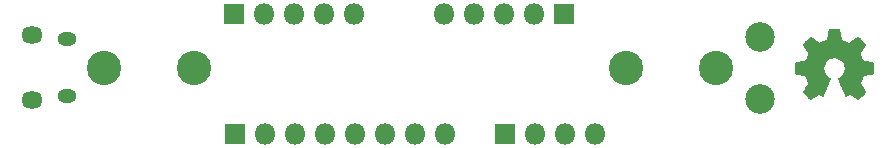
<source format=gbs>
G04 #@! TF.GenerationSoftware,KiCad,Pcbnew,(5.1.5-0-10_14)*
G04 #@! TF.CreationDate,2020-01-18T12:46:20-08:00*
G04 #@! TF.ProjectId,14500,31343530-302e-46b6-9963-61645f706362,rev?*
G04 #@! TF.SameCoordinates,Original*
G04 #@! TF.FileFunction,Soldermask,Bot*
G04 #@! TF.FilePolarity,Negative*
%FSLAX46Y46*%
G04 Gerber Fmt 4.6, Leading zero omitted, Abs format (unit mm)*
G04 Created by KiCad (PCBNEW (5.1.5-0-10_14)) date 2020-01-18 12:46:20*
%MOMM*%
%LPD*%
G04 APERTURE LIST*
%ADD10C,0.010000*%
%ADD11C,2.901600*%
%ADD12O,1.801600X1.801600*%
%ADD13R,1.801600X1.801600*%
%ADD14O,1.801600X1.451600*%
%ADD15O,1.601600X1.201600*%
%ADD16C,2.501600*%
G04 APERTURE END LIST*
D10*
G36*
X127244186Y-97193931D02*
G01*
X127160365Y-97638555D01*
X126851080Y-97766053D01*
X126541794Y-97893551D01*
X126170754Y-97641246D01*
X126066843Y-97570996D01*
X125972913Y-97508272D01*
X125893348Y-97455938D01*
X125832530Y-97416857D01*
X125794843Y-97393893D01*
X125784579Y-97388942D01*
X125766090Y-97401676D01*
X125726580Y-97436882D01*
X125670478Y-97490062D01*
X125602213Y-97556718D01*
X125526214Y-97632354D01*
X125446908Y-97712472D01*
X125368725Y-97792574D01*
X125296093Y-97868164D01*
X125233441Y-97934745D01*
X125185197Y-97987818D01*
X125155790Y-98022887D01*
X125148759Y-98034623D01*
X125158877Y-98056260D01*
X125187241Y-98103662D01*
X125230871Y-98172193D01*
X125286782Y-98257215D01*
X125351994Y-98354093D01*
X125389781Y-98409350D01*
X125458657Y-98510248D01*
X125519860Y-98601299D01*
X125570422Y-98677970D01*
X125607372Y-98735728D01*
X125627742Y-98770043D01*
X125630803Y-98777254D01*
X125623864Y-98797748D01*
X125604949Y-98845513D01*
X125576913Y-98913832D01*
X125542609Y-98995989D01*
X125504891Y-99085270D01*
X125466613Y-99174958D01*
X125430630Y-99258338D01*
X125399794Y-99328694D01*
X125376961Y-99379310D01*
X125364983Y-99403471D01*
X125364276Y-99404422D01*
X125345469Y-99409036D01*
X125295382Y-99419328D01*
X125219207Y-99434287D01*
X125122135Y-99452901D01*
X125009357Y-99474159D01*
X124943558Y-99486418D01*
X124823050Y-99509362D01*
X124714203Y-99531195D01*
X124622524Y-99550722D01*
X124553519Y-99566748D01*
X124512696Y-99578079D01*
X124504489Y-99581674D01*
X124496452Y-99606006D01*
X124489967Y-99660959D01*
X124485030Y-99740108D01*
X124481636Y-99837026D01*
X124479782Y-99945287D01*
X124479462Y-100058465D01*
X124480673Y-100170135D01*
X124483410Y-100273868D01*
X124487669Y-100363241D01*
X124493445Y-100431826D01*
X124500733Y-100473197D01*
X124505105Y-100481810D01*
X124531236Y-100492133D01*
X124586607Y-100506892D01*
X124663893Y-100524352D01*
X124755770Y-100542780D01*
X124787842Y-100548741D01*
X124942476Y-100577066D01*
X125064625Y-100599876D01*
X125158327Y-100618080D01*
X125227616Y-100632583D01*
X125276529Y-100644292D01*
X125309103Y-100654115D01*
X125329372Y-100662956D01*
X125341374Y-100671724D01*
X125343053Y-100673457D01*
X125359816Y-100701371D01*
X125385386Y-100755695D01*
X125417212Y-100829777D01*
X125452740Y-100916965D01*
X125489417Y-101010608D01*
X125524689Y-101104052D01*
X125556004Y-101190647D01*
X125580807Y-101263740D01*
X125596546Y-101316678D01*
X125600668Y-101342811D01*
X125600324Y-101343726D01*
X125586359Y-101365086D01*
X125554678Y-101412084D01*
X125508609Y-101479827D01*
X125451482Y-101563423D01*
X125386627Y-101657982D01*
X125368157Y-101684854D01*
X125302301Y-101782275D01*
X125244350Y-101871163D01*
X125197462Y-101946412D01*
X125164793Y-102002920D01*
X125149500Y-102035581D01*
X125148759Y-102039593D01*
X125161608Y-102060684D01*
X125197112Y-102102464D01*
X125250707Y-102160445D01*
X125317829Y-102230135D01*
X125393913Y-102307045D01*
X125474396Y-102386683D01*
X125554713Y-102464561D01*
X125630301Y-102536186D01*
X125696595Y-102597070D01*
X125749031Y-102642721D01*
X125783045Y-102668650D01*
X125792455Y-102672883D01*
X125814357Y-102662912D01*
X125859200Y-102636020D01*
X125919679Y-102596736D01*
X125966211Y-102565117D01*
X126050525Y-102507098D01*
X126150374Y-102438784D01*
X126250527Y-102370579D01*
X126304373Y-102334075D01*
X126486629Y-102210800D01*
X126639619Y-102293520D01*
X126709318Y-102329759D01*
X126768586Y-102357926D01*
X126808689Y-102373991D01*
X126818897Y-102376226D01*
X126831171Y-102359722D01*
X126855387Y-102313082D01*
X126889737Y-102240609D01*
X126932412Y-102146606D01*
X126981606Y-102035374D01*
X127035510Y-101911215D01*
X127092316Y-101778432D01*
X127150218Y-101641327D01*
X127207407Y-101504202D01*
X127262076Y-101371358D01*
X127312416Y-101247098D01*
X127356620Y-101135725D01*
X127392881Y-101041539D01*
X127419391Y-100968844D01*
X127434342Y-100921941D01*
X127436746Y-100905833D01*
X127417689Y-100885286D01*
X127375964Y-100851933D01*
X127320294Y-100812702D01*
X127315622Y-100809599D01*
X127171736Y-100694423D01*
X127055717Y-100560053D01*
X126968570Y-100410784D01*
X126911301Y-100250913D01*
X126884914Y-100084737D01*
X126890415Y-99916552D01*
X126928810Y-99750655D01*
X127001105Y-99591342D01*
X127022374Y-99556487D01*
X127133004Y-99415737D01*
X127263698Y-99302714D01*
X127409936Y-99218003D01*
X127567192Y-99162194D01*
X127730943Y-99135874D01*
X127896667Y-99139630D01*
X128059838Y-99174050D01*
X128215935Y-99239723D01*
X128360433Y-99337235D01*
X128405131Y-99376813D01*
X128518888Y-99500703D01*
X128601782Y-99631124D01*
X128658644Y-99777315D01*
X128690313Y-99922088D01*
X128698131Y-100084860D01*
X128672062Y-100248440D01*
X128614755Y-100407298D01*
X128528856Y-100555906D01*
X128417014Y-100688735D01*
X128281877Y-100800256D01*
X128264117Y-100812011D01*
X128207850Y-100850508D01*
X128165077Y-100883863D01*
X128144628Y-100905160D01*
X128144331Y-100905833D01*
X128148721Y-100928871D01*
X128166124Y-100981157D01*
X128194732Y-101058390D01*
X128232735Y-101156268D01*
X128278326Y-101270491D01*
X128329697Y-101396758D01*
X128385038Y-101530767D01*
X128442542Y-101668218D01*
X128500399Y-101804808D01*
X128556802Y-101936237D01*
X128609942Y-102058205D01*
X128658010Y-102166409D01*
X128699199Y-102256549D01*
X128731699Y-102324323D01*
X128753703Y-102365430D01*
X128762564Y-102376226D01*
X128789640Y-102367819D01*
X128840303Y-102345272D01*
X128905817Y-102312613D01*
X128941841Y-102293520D01*
X129094832Y-102210800D01*
X129277088Y-102334075D01*
X129370125Y-102397228D01*
X129471985Y-102466727D01*
X129567438Y-102532165D01*
X129615250Y-102565117D01*
X129682495Y-102610273D01*
X129739436Y-102646057D01*
X129778646Y-102667938D01*
X129791381Y-102672563D01*
X129809917Y-102660085D01*
X129850941Y-102625252D01*
X129910475Y-102571678D01*
X129984542Y-102502983D01*
X130069165Y-102422781D01*
X130122685Y-102371286D01*
X130216319Y-102279286D01*
X130297241Y-102196999D01*
X130362177Y-102127945D01*
X130407858Y-102075644D01*
X130431011Y-102043616D01*
X130433232Y-102037116D01*
X130422924Y-102012394D01*
X130394439Y-101962405D01*
X130350937Y-101892212D01*
X130295577Y-101806875D01*
X130231520Y-101711456D01*
X130213303Y-101684854D01*
X130146927Y-101588167D01*
X130087378Y-101501117D01*
X130037984Y-101428595D01*
X130002075Y-101375493D01*
X129982981Y-101346703D01*
X129981136Y-101343726D01*
X129983895Y-101320782D01*
X129998538Y-101270336D01*
X130022513Y-101199041D01*
X130053266Y-101113547D01*
X130088244Y-101020507D01*
X130124893Y-100926574D01*
X130160661Y-100838399D01*
X130192994Y-100762634D01*
X130219338Y-100705931D01*
X130237142Y-100674943D01*
X130238407Y-100673457D01*
X130249294Y-100664601D01*
X130267682Y-100655843D01*
X130297606Y-100646277D01*
X130343103Y-100634996D01*
X130408209Y-100621093D01*
X130496961Y-100603663D01*
X130613393Y-100581798D01*
X130761542Y-100554591D01*
X130793618Y-100548741D01*
X130888686Y-100530374D01*
X130971565Y-100512405D01*
X131034930Y-100496569D01*
X131071458Y-100484600D01*
X131076356Y-100481810D01*
X131084427Y-100457072D01*
X131090987Y-100401790D01*
X131096033Y-100322389D01*
X131099559Y-100225296D01*
X131101561Y-100116938D01*
X131102036Y-100003740D01*
X131100977Y-99892128D01*
X131098382Y-99788529D01*
X131094246Y-99699368D01*
X131088563Y-99631072D01*
X131081331Y-99590066D01*
X131076971Y-99581674D01*
X131052698Y-99573208D01*
X130997426Y-99559435D01*
X130916662Y-99541550D01*
X130815912Y-99520748D01*
X130700683Y-99498223D01*
X130637902Y-99486418D01*
X130518787Y-99464151D01*
X130412565Y-99443979D01*
X130324427Y-99426915D01*
X130259566Y-99413969D01*
X130223174Y-99406155D01*
X130217184Y-99404422D01*
X130207061Y-99384890D01*
X130185662Y-99337843D01*
X130155839Y-99270003D01*
X130120445Y-99188091D01*
X130082332Y-99098828D01*
X130044353Y-99008935D01*
X130009360Y-98925135D01*
X129980206Y-98854147D01*
X129959743Y-98802694D01*
X129950823Y-98777497D01*
X129950657Y-98776396D01*
X129960769Y-98756519D01*
X129989117Y-98710777D01*
X130032723Y-98643717D01*
X130088606Y-98559884D01*
X130153787Y-98463826D01*
X130191679Y-98408650D01*
X130260725Y-98307481D01*
X130322050Y-98215630D01*
X130372663Y-98137744D01*
X130409571Y-98078469D01*
X130429782Y-98042451D01*
X130432701Y-98034377D01*
X130420153Y-98015584D01*
X130385463Y-97975457D01*
X130333063Y-97918493D01*
X130267384Y-97849185D01*
X130192856Y-97772031D01*
X130113913Y-97691525D01*
X130034983Y-97612163D01*
X129960500Y-97538440D01*
X129894894Y-97474852D01*
X129842596Y-97425894D01*
X129808039Y-97396061D01*
X129796478Y-97388942D01*
X129777654Y-97398953D01*
X129732631Y-97427078D01*
X129665787Y-97470454D01*
X129581499Y-97526218D01*
X129484144Y-97591506D01*
X129410707Y-97641246D01*
X129039667Y-97893551D01*
X128421095Y-97638555D01*
X128337275Y-97193931D01*
X128253454Y-96749307D01*
X127328006Y-96749307D01*
X127244186Y-97193931D01*
G37*
X127244186Y-97193931D02*
X127160365Y-97638555D01*
X126851080Y-97766053D01*
X126541794Y-97893551D01*
X126170754Y-97641246D01*
X126066843Y-97570996D01*
X125972913Y-97508272D01*
X125893348Y-97455938D01*
X125832530Y-97416857D01*
X125794843Y-97393893D01*
X125784579Y-97388942D01*
X125766090Y-97401676D01*
X125726580Y-97436882D01*
X125670478Y-97490062D01*
X125602213Y-97556718D01*
X125526214Y-97632354D01*
X125446908Y-97712472D01*
X125368725Y-97792574D01*
X125296093Y-97868164D01*
X125233441Y-97934745D01*
X125185197Y-97987818D01*
X125155790Y-98022887D01*
X125148759Y-98034623D01*
X125158877Y-98056260D01*
X125187241Y-98103662D01*
X125230871Y-98172193D01*
X125286782Y-98257215D01*
X125351994Y-98354093D01*
X125389781Y-98409350D01*
X125458657Y-98510248D01*
X125519860Y-98601299D01*
X125570422Y-98677970D01*
X125607372Y-98735728D01*
X125627742Y-98770043D01*
X125630803Y-98777254D01*
X125623864Y-98797748D01*
X125604949Y-98845513D01*
X125576913Y-98913832D01*
X125542609Y-98995989D01*
X125504891Y-99085270D01*
X125466613Y-99174958D01*
X125430630Y-99258338D01*
X125399794Y-99328694D01*
X125376961Y-99379310D01*
X125364983Y-99403471D01*
X125364276Y-99404422D01*
X125345469Y-99409036D01*
X125295382Y-99419328D01*
X125219207Y-99434287D01*
X125122135Y-99452901D01*
X125009357Y-99474159D01*
X124943558Y-99486418D01*
X124823050Y-99509362D01*
X124714203Y-99531195D01*
X124622524Y-99550722D01*
X124553519Y-99566748D01*
X124512696Y-99578079D01*
X124504489Y-99581674D01*
X124496452Y-99606006D01*
X124489967Y-99660959D01*
X124485030Y-99740108D01*
X124481636Y-99837026D01*
X124479782Y-99945287D01*
X124479462Y-100058465D01*
X124480673Y-100170135D01*
X124483410Y-100273868D01*
X124487669Y-100363241D01*
X124493445Y-100431826D01*
X124500733Y-100473197D01*
X124505105Y-100481810D01*
X124531236Y-100492133D01*
X124586607Y-100506892D01*
X124663893Y-100524352D01*
X124755770Y-100542780D01*
X124787842Y-100548741D01*
X124942476Y-100577066D01*
X125064625Y-100599876D01*
X125158327Y-100618080D01*
X125227616Y-100632583D01*
X125276529Y-100644292D01*
X125309103Y-100654115D01*
X125329372Y-100662956D01*
X125341374Y-100671724D01*
X125343053Y-100673457D01*
X125359816Y-100701371D01*
X125385386Y-100755695D01*
X125417212Y-100829777D01*
X125452740Y-100916965D01*
X125489417Y-101010608D01*
X125524689Y-101104052D01*
X125556004Y-101190647D01*
X125580807Y-101263740D01*
X125596546Y-101316678D01*
X125600668Y-101342811D01*
X125600324Y-101343726D01*
X125586359Y-101365086D01*
X125554678Y-101412084D01*
X125508609Y-101479827D01*
X125451482Y-101563423D01*
X125386627Y-101657982D01*
X125368157Y-101684854D01*
X125302301Y-101782275D01*
X125244350Y-101871163D01*
X125197462Y-101946412D01*
X125164793Y-102002920D01*
X125149500Y-102035581D01*
X125148759Y-102039593D01*
X125161608Y-102060684D01*
X125197112Y-102102464D01*
X125250707Y-102160445D01*
X125317829Y-102230135D01*
X125393913Y-102307045D01*
X125474396Y-102386683D01*
X125554713Y-102464561D01*
X125630301Y-102536186D01*
X125696595Y-102597070D01*
X125749031Y-102642721D01*
X125783045Y-102668650D01*
X125792455Y-102672883D01*
X125814357Y-102662912D01*
X125859200Y-102636020D01*
X125919679Y-102596736D01*
X125966211Y-102565117D01*
X126050525Y-102507098D01*
X126150374Y-102438784D01*
X126250527Y-102370579D01*
X126304373Y-102334075D01*
X126486629Y-102210800D01*
X126639619Y-102293520D01*
X126709318Y-102329759D01*
X126768586Y-102357926D01*
X126808689Y-102373991D01*
X126818897Y-102376226D01*
X126831171Y-102359722D01*
X126855387Y-102313082D01*
X126889737Y-102240609D01*
X126932412Y-102146606D01*
X126981606Y-102035374D01*
X127035510Y-101911215D01*
X127092316Y-101778432D01*
X127150218Y-101641327D01*
X127207407Y-101504202D01*
X127262076Y-101371358D01*
X127312416Y-101247098D01*
X127356620Y-101135725D01*
X127392881Y-101041539D01*
X127419391Y-100968844D01*
X127434342Y-100921941D01*
X127436746Y-100905833D01*
X127417689Y-100885286D01*
X127375964Y-100851933D01*
X127320294Y-100812702D01*
X127315622Y-100809599D01*
X127171736Y-100694423D01*
X127055717Y-100560053D01*
X126968570Y-100410784D01*
X126911301Y-100250913D01*
X126884914Y-100084737D01*
X126890415Y-99916552D01*
X126928810Y-99750655D01*
X127001105Y-99591342D01*
X127022374Y-99556487D01*
X127133004Y-99415737D01*
X127263698Y-99302714D01*
X127409936Y-99218003D01*
X127567192Y-99162194D01*
X127730943Y-99135874D01*
X127896667Y-99139630D01*
X128059838Y-99174050D01*
X128215935Y-99239723D01*
X128360433Y-99337235D01*
X128405131Y-99376813D01*
X128518888Y-99500703D01*
X128601782Y-99631124D01*
X128658644Y-99777315D01*
X128690313Y-99922088D01*
X128698131Y-100084860D01*
X128672062Y-100248440D01*
X128614755Y-100407298D01*
X128528856Y-100555906D01*
X128417014Y-100688735D01*
X128281877Y-100800256D01*
X128264117Y-100812011D01*
X128207850Y-100850508D01*
X128165077Y-100883863D01*
X128144628Y-100905160D01*
X128144331Y-100905833D01*
X128148721Y-100928871D01*
X128166124Y-100981157D01*
X128194732Y-101058390D01*
X128232735Y-101156268D01*
X128278326Y-101270491D01*
X128329697Y-101396758D01*
X128385038Y-101530767D01*
X128442542Y-101668218D01*
X128500399Y-101804808D01*
X128556802Y-101936237D01*
X128609942Y-102058205D01*
X128658010Y-102166409D01*
X128699199Y-102256549D01*
X128731699Y-102324323D01*
X128753703Y-102365430D01*
X128762564Y-102376226D01*
X128789640Y-102367819D01*
X128840303Y-102345272D01*
X128905817Y-102312613D01*
X128941841Y-102293520D01*
X129094832Y-102210800D01*
X129277088Y-102334075D01*
X129370125Y-102397228D01*
X129471985Y-102466727D01*
X129567438Y-102532165D01*
X129615250Y-102565117D01*
X129682495Y-102610273D01*
X129739436Y-102646057D01*
X129778646Y-102667938D01*
X129791381Y-102672563D01*
X129809917Y-102660085D01*
X129850941Y-102625252D01*
X129910475Y-102571678D01*
X129984542Y-102502983D01*
X130069165Y-102422781D01*
X130122685Y-102371286D01*
X130216319Y-102279286D01*
X130297241Y-102196999D01*
X130362177Y-102127945D01*
X130407858Y-102075644D01*
X130431011Y-102043616D01*
X130433232Y-102037116D01*
X130422924Y-102012394D01*
X130394439Y-101962405D01*
X130350937Y-101892212D01*
X130295577Y-101806875D01*
X130231520Y-101711456D01*
X130213303Y-101684854D01*
X130146927Y-101588167D01*
X130087378Y-101501117D01*
X130037984Y-101428595D01*
X130002075Y-101375493D01*
X129982981Y-101346703D01*
X129981136Y-101343726D01*
X129983895Y-101320782D01*
X129998538Y-101270336D01*
X130022513Y-101199041D01*
X130053266Y-101113547D01*
X130088244Y-101020507D01*
X130124893Y-100926574D01*
X130160661Y-100838399D01*
X130192994Y-100762634D01*
X130219338Y-100705931D01*
X130237142Y-100674943D01*
X130238407Y-100673457D01*
X130249294Y-100664601D01*
X130267682Y-100655843D01*
X130297606Y-100646277D01*
X130343103Y-100634996D01*
X130408209Y-100621093D01*
X130496961Y-100603663D01*
X130613393Y-100581798D01*
X130761542Y-100554591D01*
X130793618Y-100548741D01*
X130888686Y-100530374D01*
X130971565Y-100512405D01*
X131034930Y-100496569D01*
X131071458Y-100484600D01*
X131076356Y-100481810D01*
X131084427Y-100457072D01*
X131090987Y-100401790D01*
X131096033Y-100322389D01*
X131099559Y-100225296D01*
X131101561Y-100116938D01*
X131102036Y-100003740D01*
X131100977Y-99892128D01*
X131098382Y-99788529D01*
X131094246Y-99699368D01*
X131088563Y-99631072D01*
X131081331Y-99590066D01*
X131076971Y-99581674D01*
X131052698Y-99573208D01*
X130997426Y-99559435D01*
X130916662Y-99541550D01*
X130815912Y-99520748D01*
X130700683Y-99498223D01*
X130637902Y-99486418D01*
X130518787Y-99464151D01*
X130412565Y-99443979D01*
X130324427Y-99426915D01*
X130259566Y-99413969D01*
X130223174Y-99406155D01*
X130217184Y-99404422D01*
X130207061Y-99384890D01*
X130185662Y-99337843D01*
X130155839Y-99270003D01*
X130120445Y-99188091D01*
X130082332Y-99098828D01*
X130044353Y-99008935D01*
X130009360Y-98925135D01*
X129980206Y-98854147D01*
X129959743Y-98802694D01*
X129950823Y-98777497D01*
X129950657Y-98776396D01*
X129960769Y-98756519D01*
X129989117Y-98710777D01*
X130032723Y-98643717D01*
X130088606Y-98559884D01*
X130153787Y-98463826D01*
X130191679Y-98408650D01*
X130260725Y-98307481D01*
X130322050Y-98215630D01*
X130372663Y-98137744D01*
X130409571Y-98078469D01*
X130429782Y-98042451D01*
X130432701Y-98034377D01*
X130420153Y-98015584D01*
X130385463Y-97975457D01*
X130333063Y-97918493D01*
X130267384Y-97849185D01*
X130192856Y-97772031D01*
X130113913Y-97691525D01*
X130034983Y-97612163D01*
X129960500Y-97538440D01*
X129894894Y-97474852D01*
X129842596Y-97425894D01*
X129808039Y-97396061D01*
X129796478Y-97388942D01*
X129777654Y-97398953D01*
X129732631Y-97427078D01*
X129665787Y-97470454D01*
X129581499Y-97526218D01*
X129484144Y-97591506D01*
X129410707Y-97641246D01*
X129039667Y-97893551D01*
X128421095Y-97638555D01*
X128337275Y-97193931D01*
X128253454Y-96749307D01*
X127328006Y-96749307D01*
X127244186Y-97193931D01*
D11*
X73620000Y-100000000D03*
X66000000Y-100000000D03*
X117800000Y-100000000D03*
X110180000Y-100000000D03*
D12*
X94830000Y-105610000D03*
X92290000Y-105610000D03*
X89750000Y-105610000D03*
X87210000Y-105610000D03*
X84670000Y-105610000D03*
X82130000Y-105610000D03*
X79590000Y-105610000D03*
D13*
X77050000Y-105610000D03*
X99900000Y-105610000D03*
D12*
X102440000Y-105610000D03*
X104980000Y-105610000D03*
X107520000Y-105610000D03*
D14*
X59885000Y-102705000D03*
X59885000Y-97245000D03*
D15*
X62885000Y-102395000D03*
X62885000Y-97555000D03*
D16*
X121530000Y-102675000D03*
X121530000Y-97375000D03*
D13*
X104970000Y-95450000D03*
D12*
X102430000Y-95450000D03*
X99890000Y-95450000D03*
X97350000Y-95450000D03*
X94810000Y-95450000D03*
D13*
X77030000Y-95450000D03*
D12*
X79570000Y-95450000D03*
X82110000Y-95450000D03*
X84650000Y-95450000D03*
X87190000Y-95450000D03*
M02*

</source>
